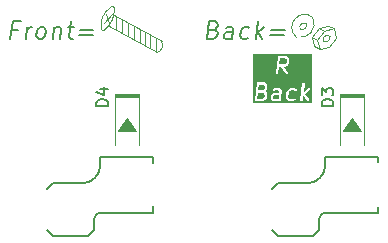
<source format=gto>
G04 #@! TF.GenerationSoftware,KiCad,Pcbnew,8.0.5*
G04 #@! TF.CreationDate,2024-09-18T07:36:17+09:00*
G04 #@! TF.ProjectId,SandyLP_Middle_Isolated_Area,53616e64-794c-4505-9f4d-6964646c655f,v.0*
G04 #@! TF.SameCoordinates,Original*
G04 #@! TF.FileFunction,Legend,Top*
G04 #@! TF.FilePolarity,Positive*
%FSLAX46Y46*%
G04 Gerber Fmt 4.6, Leading zero omitted, Abs format (unit mm)*
G04 Created by KiCad (PCBNEW 8.0.5) date 2024-09-18 07:36:17*
%MOMM*%
%LPD*%
G01*
G04 APERTURE LIST*
G04 Aperture macros list*
%AMFreePoly0*
4,1,18,1.817426,0.954926,1.835000,0.912500,1.835000,-0.812500,1.817426,-0.854926,1.793974,-0.869421,1.352962,-1.016424,0.894077,-1.354550,0.649923,-1.720782,0.611767,-1.746335,0.600000,-1.747500,-0.825000,-1.747500,-0.867426,-1.729926,-0.885000,-1.687500,-0.885000,0.912500,-0.867426,0.954926,-0.825000,0.972500,1.775000,0.972500,1.817426,0.954926,1.817426,0.954926,$1*%
%AMFreePoly1*
4,1,18,1.804926,0.992426,1.822500,0.950000,1.822500,-0.780000,1.804926,-0.822426,1.781286,-0.836983,1.335531,-0.983935,0.881507,-1.322037,0.637215,-1.683591,0.598901,-1.708907,0.587500,-1.710000,-0.837500,-1.710000,-0.879926,-1.692426,-0.897500,-1.650000,-0.897500,0.950000,-0.879926,0.992426,-0.837500,1.010000,1.762500,1.010000,1.804926,0.992426,1.804926,0.992426,$1*%
G04 Aperture macros list end*
%ADD10C,0.200000*%
%ADD11C,0.150000*%
%ADD12C,0.120000*%
%ADD13C,0.060000*%
%ADD14R,1.200000X0.900000*%
%ADD15C,3.000000*%
%ADD16C,5.000000*%
%ADD17C,1.600000*%
%ADD18C,4.400000*%
%ADD19C,2.000000*%
%ADD20FreePoly0,180.000000*%
%ADD21C,0.800000*%
%ADD22R,1.625000X3.600000*%
%ADD23FreePoly1,180.000000*%
%ADD24R,2.600000X2.600000*%
G04 APERTURE END LIST*
D10*
X52222720Y-40339344D02*
X52428077Y-40410772D01*
X52428077Y-40410772D02*
X52490577Y-40482201D01*
X52490577Y-40482201D02*
X52544149Y-40625058D01*
X52544149Y-40625058D02*
X52517363Y-40839344D01*
X52517363Y-40839344D02*
X52428077Y-40982201D01*
X52428077Y-40982201D02*
X52347720Y-41053630D01*
X52347720Y-41053630D02*
X52195934Y-41125058D01*
X52195934Y-41125058D02*
X51624506Y-41125058D01*
X51624506Y-41125058D02*
X51812006Y-39625058D01*
X51812006Y-39625058D02*
X52312006Y-39625058D01*
X52312006Y-39625058D02*
X52445934Y-39696487D01*
X52445934Y-39696487D02*
X52508434Y-39767915D01*
X52508434Y-39767915D02*
X52562006Y-39910772D01*
X52562006Y-39910772D02*
X52544149Y-40053630D01*
X52544149Y-40053630D02*
X52454863Y-40196487D01*
X52454863Y-40196487D02*
X52374506Y-40267915D01*
X52374506Y-40267915D02*
X52222720Y-40339344D01*
X52222720Y-40339344D02*
X51722720Y-40339344D01*
X53767363Y-41125058D02*
X53865577Y-40339344D01*
X53865577Y-40339344D02*
X53812006Y-40196487D01*
X53812006Y-40196487D02*
X53678077Y-40125058D01*
X53678077Y-40125058D02*
X53392363Y-40125058D01*
X53392363Y-40125058D02*
X53240577Y-40196487D01*
X53776292Y-41053630D02*
X53624506Y-41125058D01*
X53624506Y-41125058D02*
X53267363Y-41125058D01*
X53267363Y-41125058D02*
X53133434Y-41053630D01*
X53133434Y-41053630D02*
X53079863Y-40910772D01*
X53079863Y-40910772D02*
X53097720Y-40767915D01*
X53097720Y-40767915D02*
X53187006Y-40625058D01*
X53187006Y-40625058D02*
X53338792Y-40553630D01*
X53338792Y-40553630D02*
X53695934Y-40553630D01*
X53695934Y-40553630D02*
X53847720Y-40482201D01*
X55133435Y-41053630D02*
X54981649Y-41125058D01*
X54981649Y-41125058D02*
X54695935Y-41125058D01*
X54695935Y-41125058D02*
X54562006Y-41053630D01*
X54562006Y-41053630D02*
X54499506Y-40982201D01*
X54499506Y-40982201D02*
X54445935Y-40839344D01*
X54445935Y-40839344D02*
X54499506Y-40410772D01*
X54499506Y-40410772D02*
X54588792Y-40267915D01*
X54588792Y-40267915D02*
X54669149Y-40196487D01*
X54669149Y-40196487D02*
X54820935Y-40125058D01*
X54820935Y-40125058D02*
X55106649Y-40125058D01*
X55106649Y-40125058D02*
X55240577Y-40196487D01*
X55767363Y-41125058D02*
X55954863Y-39625058D01*
X55981649Y-40553630D02*
X56338791Y-41125058D01*
X56463791Y-40125058D02*
X55820934Y-40696487D01*
X57079863Y-40339344D02*
X58222720Y-40339344D01*
X58169149Y-40767915D02*
X57026292Y-40767915D01*
X35608435Y-40339344D02*
X35108435Y-40339344D01*
X35010221Y-41125058D02*
X35197721Y-39625058D01*
X35197721Y-39625058D02*
X35912007Y-39625058D01*
X36295935Y-41125058D02*
X36420935Y-40125058D01*
X36385221Y-40410772D02*
X36474506Y-40267915D01*
X36474506Y-40267915D02*
X36554863Y-40196487D01*
X36554863Y-40196487D02*
X36706649Y-40125058D01*
X36706649Y-40125058D02*
X36849506Y-40125058D01*
X37438792Y-41125058D02*
X37304863Y-41053630D01*
X37304863Y-41053630D02*
X37242363Y-40982201D01*
X37242363Y-40982201D02*
X37188792Y-40839344D01*
X37188792Y-40839344D02*
X37242363Y-40410772D01*
X37242363Y-40410772D02*
X37331649Y-40267915D01*
X37331649Y-40267915D02*
X37412006Y-40196487D01*
X37412006Y-40196487D02*
X37563792Y-40125058D01*
X37563792Y-40125058D02*
X37778077Y-40125058D01*
X37778077Y-40125058D02*
X37912006Y-40196487D01*
X37912006Y-40196487D02*
X37974506Y-40267915D01*
X37974506Y-40267915D02*
X38028077Y-40410772D01*
X38028077Y-40410772D02*
X37974506Y-40839344D01*
X37974506Y-40839344D02*
X37885220Y-40982201D01*
X37885220Y-40982201D02*
X37804863Y-41053630D01*
X37804863Y-41053630D02*
X37653077Y-41125058D01*
X37653077Y-41125058D02*
X37438792Y-41125058D01*
X38706649Y-40125058D02*
X38581649Y-41125058D01*
X38688792Y-40267915D02*
X38769149Y-40196487D01*
X38769149Y-40196487D02*
X38920935Y-40125058D01*
X38920935Y-40125058D02*
X39135220Y-40125058D01*
X39135220Y-40125058D02*
X39269149Y-40196487D01*
X39269149Y-40196487D02*
X39322720Y-40339344D01*
X39322720Y-40339344D02*
X39224506Y-41125058D01*
X39849506Y-40125058D02*
X40420935Y-40125058D01*
X40126292Y-39625058D02*
X39965578Y-40910772D01*
X39965578Y-40910772D02*
X40019149Y-41053630D01*
X40019149Y-41053630D02*
X40153078Y-41125058D01*
X40153078Y-41125058D02*
X40295935Y-41125058D01*
X40894149Y-40339344D02*
X42037006Y-40339344D01*
X41983435Y-40767915D02*
X40840578Y-40767915D01*
G36*
X56484972Y-45702350D02*
G01*
X56513900Y-45735410D01*
X56548859Y-45828634D01*
X56529651Y-45982297D01*
X56465628Y-46084734D01*
X56412163Y-46132258D01*
X56303790Y-46183257D01*
X55906088Y-46183257D01*
X55972755Y-45649924D01*
X56334247Y-45649924D01*
X56484972Y-45702350D01*
G37*
G36*
X56496269Y-45029546D02*
G01*
X56530568Y-45068745D01*
X56565525Y-45161967D01*
X56554651Y-45248965D01*
X56490628Y-45351401D01*
X56437165Y-45398923D01*
X56328789Y-45449924D01*
X55997755Y-45449924D01*
X56056088Y-44983257D01*
X56409476Y-44983257D01*
X56496269Y-45029546D01*
G37*
G36*
X57708744Y-46149553D02*
G01*
X57637123Y-46183257D01*
X57351143Y-46183257D01*
X57281518Y-46146124D01*
X57253426Y-46071214D01*
X57264301Y-45984217D01*
X57320346Y-45894544D01*
X57415164Y-45849924D01*
X57726143Y-45849924D01*
X57745652Y-45848003D01*
X57746480Y-45847659D01*
X57708744Y-46149553D01*
G37*
G36*
X58362935Y-42775625D02*
G01*
X58397233Y-42814823D01*
X58432192Y-42908046D01*
X58412984Y-43061709D01*
X58348961Y-43164146D01*
X58295496Y-43211670D01*
X58187122Y-43262670D01*
X57789422Y-43262670D01*
X57856088Y-42729336D01*
X58276143Y-42729336D01*
X58362935Y-42775625D01*
G37*
G36*
X60564088Y-46538813D02*
G01*
X55537513Y-46538813D01*
X55537513Y-46290450D01*
X55693069Y-46290450D01*
X55694731Y-46296494D01*
X55694731Y-46302766D01*
X55699860Y-46315150D01*
X55703414Y-46328072D01*
X55707263Y-46333021D01*
X55709663Y-46338814D01*
X55719140Y-46348291D01*
X55727369Y-46358871D01*
X55732819Y-46361970D01*
X55737253Y-46366404D01*
X55749632Y-46371532D01*
X55761286Y-46378159D01*
X55767508Y-46378936D01*
X55773301Y-46381336D01*
X55792810Y-46383257D01*
X56326143Y-46383257D01*
X56345652Y-46381336D01*
X56347861Y-46380420D01*
X56350252Y-46380308D01*
X56368722Y-46373739D01*
X56510389Y-46307073D01*
X56516156Y-46303631D01*
X56518389Y-46302857D01*
X56522677Y-46299740D01*
X56527223Y-46297028D01*
X56528811Y-46295282D01*
X56534247Y-46291332D01*
X56609247Y-46224665D01*
X56613736Y-46219807D01*
X56615641Y-46218449D01*
X56618909Y-46214209D01*
X56622552Y-46210268D01*
X56623575Y-46208157D01*
X56627610Y-46202924D01*
X56697906Y-46090450D01*
X57051402Y-46090450D01*
X57052614Y-46094858D01*
X57052459Y-46099428D01*
X57057510Y-46118369D01*
X57107510Y-46251703D01*
X57112231Y-46261307D01*
X57112994Y-46263812D01*
X57114160Y-46265230D01*
X57116159Y-46269296D01*
X57127360Y-46281284D01*
X57137775Y-46293951D01*
X57141541Y-46296462D01*
X57142797Y-46297806D01*
X57145183Y-46298890D01*
X57154085Y-46304826D01*
X57279084Y-46371492D01*
X57297202Y-46378978D01*
X57302093Y-46379455D01*
X57306634Y-46381336D01*
X57326143Y-46383257D01*
X57659476Y-46383257D01*
X57678985Y-46381336D01*
X57681194Y-46380420D01*
X57683585Y-46380308D01*
X57702055Y-46373739D01*
X57730213Y-46360488D01*
X57761287Y-46378159D01*
X57800003Y-46382998D01*
X57837625Y-46372653D01*
X57868424Y-46348698D01*
X57887712Y-46314780D01*
X57892038Y-46295660D01*
X57926022Y-46023784D01*
X58326402Y-46023784D01*
X58327614Y-46028192D01*
X58327459Y-46032762D01*
X58332510Y-46051703D01*
X58382510Y-46185037D01*
X58388827Y-46197886D01*
X58389484Y-46199828D01*
X58390437Y-46201161D01*
X58391159Y-46202629D01*
X58392554Y-46204122D01*
X58400886Y-46215775D01*
X58459219Y-46282442D01*
X58469855Y-46292427D01*
X58471109Y-46293951D01*
X58472387Y-46294803D01*
X58473512Y-46295859D01*
X58475286Y-46296736D01*
X58487419Y-46304826D01*
X58612418Y-46371492D01*
X58630536Y-46378978D01*
X58635427Y-46379455D01*
X58639968Y-46381336D01*
X58659477Y-46383257D01*
X58926143Y-46383257D01*
X58945652Y-46381336D01*
X58947861Y-46380420D01*
X58950252Y-46380308D01*
X58968722Y-46373739D01*
X59110389Y-46307073D01*
X59127223Y-46297028D01*
X59133208Y-46290450D01*
X59559736Y-46290450D01*
X59570081Y-46328072D01*
X59594036Y-46358871D01*
X59627953Y-46378159D01*
X59666670Y-46382998D01*
X59704292Y-46372653D01*
X59735091Y-46348698D01*
X59754379Y-46314781D01*
X59758705Y-46295660D01*
X59804037Y-45932998D01*
X59837424Y-45903320D01*
X60108010Y-46336257D01*
X60119979Y-46351783D01*
X60151747Y-46374437D01*
X60189766Y-46383211D01*
X60228248Y-46376768D01*
X60261336Y-46356088D01*
X60283990Y-46324321D01*
X60292764Y-46286302D01*
X60286321Y-46247819D01*
X60277610Y-46230257D01*
X59989042Y-45768549D01*
X60375914Y-45424665D01*
X60389219Y-45410268D01*
X60406241Y-45375159D01*
X60408532Y-45336208D01*
X60395743Y-45299345D01*
X60369821Y-45270183D01*
X60334712Y-45253160D01*
X60295761Y-45250869D01*
X60258898Y-45263658D01*
X60243041Y-45275183D01*
X59841667Y-45631959D01*
X59933705Y-44895661D01*
X59934218Y-44876064D01*
X59923873Y-44838442D01*
X59899918Y-44807643D01*
X59866001Y-44788355D01*
X59827284Y-44783516D01*
X59789662Y-44793861D01*
X59758863Y-44817816D01*
X59739575Y-44851734D01*
X59735249Y-44870854D01*
X59560249Y-46270854D01*
X59559736Y-46290450D01*
X59133208Y-46290450D01*
X59153482Y-46268168D01*
X59166699Y-46231457D01*
X59164861Y-46192482D01*
X59148247Y-46157178D01*
X59119387Y-46130919D01*
X59082676Y-46117702D01*
X59043701Y-46119540D01*
X59025231Y-46126109D01*
X58903790Y-46183257D01*
X58684477Y-46183257D01*
X58597683Y-46136968D01*
X58563385Y-46097770D01*
X58528426Y-46004547D01*
X58572634Y-45650884D01*
X58636658Y-45548446D01*
X58690120Y-45500925D01*
X58798497Y-45449924D01*
X59017810Y-45449924D01*
X59120751Y-45504826D01*
X59138869Y-45512312D01*
X59177703Y-45516101D01*
X59215031Y-45504740D01*
X59245170Y-45479960D01*
X59263531Y-45445532D01*
X59267320Y-45406698D01*
X59255959Y-45369371D01*
X59231179Y-45339232D01*
X59214869Y-45328356D01*
X59089869Y-45261689D01*
X59071751Y-45254203D01*
X59066859Y-45253725D01*
X59062319Y-45251845D01*
X59042810Y-45249924D01*
X58776143Y-45249924D01*
X58756634Y-45251845D01*
X58754424Y-45252760D01*
X58752033Y-45252873D01*
X58733563Y-45259442D01*
X58591897Y-45326109D01*
X58586128Y-45329551D01*
X58583898Y-45330325D01*
X58579616Y-45333437D01*
X58575063Y-45336154D01*
X58573471Y-45337902D01*
X58568041Y-45341850D01*
X58493041Y-45408516D01*
X58488556Y-45413368D01*
X58486646Y-45414731D01*
X58483369Y-45418981D01*
X58479736Y-45422913D01*
X58478714Y-45425019D01*
X58474677Y-45430257D01*
X58391343Y-45563591D01*
X58382632Y-45581153D01*
X58382283Y-45583233D01*
X58381241Y-45585067D01*
X58376915Y-45604187D01*
X58326915Y-46004188D01*
X58326402Y-46023784D01*
X57926022Y-46023784D01*
X57983704Y-45562327D01*
X57984217Y-45542731D01*
X57983004Y-45538322D01*
X57983160Y-45533753D01*
X57978109Y-45514812D01*
X57928109Y-45381479D01*
X57923386Y-45371872D01*
X57922625Y-45369371D01*
X57921459Y-45367953D01*
X57919460Y-45363886D01*
X57908256Y-45351895D01*
X57897845Y-45339232D01*
X57894077Y-45336719D01*
X57892822Y-45335376D01*
X57890436Y-45334291D01*
X57881535Y-45328356D01*
X57756535Y-45261689D01*
X57738417Y-45254203D01*
X57733525Y-45253725D01*
X57728985Y-45251845D01*
X57709476Y-45249924D01*
X57442810Y-45249924D01*
X57423301Y-45251845D01*
X57421091Y-45252760D01*
X57418701Y-45252873D01*
X57400231Y-45259442D01*
X57258563Y-45326109D01*
X57241729Y-45336154D01*
X57215470Y-45365014D01*
X57202254Y-45401726D01*
X57204092Y-45440701D01*
X57220706Y-45476005D01*
X57249566Y-45502264D01*
X57286278Y-45515480D01*
X57325253Y-45513642D01*
X57343723Y-45507073D01*
X57465164Y-45449924D01*
X57684476Y-45449924D01*
X57754100Y-45487057D01*
X57782192Y-45561967D01*
X57775410Y-45616219D01*
X57703789Y-45649924D01*
X57392810Y-45649924D01*
X57373301Y-45651845D01*
X57371091Y-45652760D01*
X57368701Y-45652873D01*
X57350231Y-45659442D01*
X57208563Y-45726109D01*
X57191729Y-45736154D01*
X57185657Y-45742826D01*
X57178312Y-45748065D01*
X57166343Y-45763591D01*
X57083010Y-45896924D01*
X57074299Y-45914486D01*
X57073950Y-45916566D01*
X57072908Y-45918400D01*
X57068582Y-45937520D01*
X57051915Y-46070853D01*
X57051402Y-46090450D01*
X56697906Y-46090450D01*
X56710943Y-46069590D01*
X56719654Y-46052029D01*
X56720002Y-46049948D01*
X56721045Y-46048115D01*
X56725371Y-46028994D01*
X56750371Y-45828995D01*
X56750884Y-45809398D01*
X56749671Y-45804989D01*
X56749827Y-45800420D01*
X56744776Y-45781479D01*
X56694776Y-45648145D01*
X56688458Y-45635295D01*
X56687802Y-45633353D01*
X56686848Y-45632018D01*
X56686127Y-45630552D01*
X56684731Y-45629058D01*
X56676401Y-45617407D01*
X56618068Y-45550740D01*
X56603775Y-45537323D01*
X56598144Y-45534538D01*
X56593457Y-45530365D01*
X56591401Y-45529415D01*
X56634246Y-45491332D01*
X56638733Y-45486476D01*
X56640641Y-45485116D01*
X56643911Y-45480874D01*
X56647551Y-45476936D01*
X56648573Y-45474826D01*
X56652610Y-45469591D01*
X56735943Y-45336257D01*
X56744654Y-45318695D01*
X56745002Y-45316614D01*
X56746045Y-45314781D01*
X56750371Y-45295661D01*
X56767038Y-45162327D01*
X56767551Y-45142731D01*
X56766338Y-45138322D01*
X56766494Y-45133753D01*
X56761443Y-45114812D01*
X56711443Y-44981479D01*
X56705122Y-44968622D01*
X56704468Y-44966687D01*
X56703517Y-44965357D01*
X56702794Y-44963886D01*
X56701395Y-44962388D01*
X56693067Y-44950740D01*
X56634733Y-44884073D01*
X56624098Y-44874089D01*
X56622845Y-44872565D01*
X56621566Y-44871712D01*
X56620441Y-44870656D01*
X56618665Y-44869777D01*
X56606535Y-44861689D01*
X56481535Y-44795022D01*
X56463417Y-44787536D01*
X56458525Y-44787058D01*
X56453985Y-44785178D01*
X56434476Y-44783257D01*
X55967810Y-44783257D01*
X55962627Y-44783767D01*
X55960617Y-44783516D01*
X55958071Y-44784215D01*
X55948301Y-44785178D01*
X55935916Y-44790307D01*
X55922995Y-44793861D01*
X55918045Y-44797710D01*
X55912253Y-44800110D01*
X55902775Y-44809587D01*
X55892196Y-44817816D01*
X55889096Y-44823266D01*
X55884663Y-44827700D01*
X55879533Y-44840082D01*
X55872908Y-44851734D01*
X55870741Y-44861307D01*
X55869731Y-44863748D01*
X55869731Y-44865775D01*
X55868582Y-44870854D01*
X55693582Y-46270854D01*
X55693069Y-46290450D01*
X55537513Y-46290450D01*
X55537513Y-44036529D01*
X57493069Y-44036529D01*
X57503414Y-44074151D01*
X57527369Y-44104950D01*
X57561286Y-44124238D01*
X57600003Y-44129077D01*
X57637625Y-44118732D01*
X57668424Y-44094777D01*
X57687712Y-44060860D01*
X57692038Y-44041739D01*
X57764422Y-43462670D01*
X57951623Y-43462670D01*
X58306119Y-44079183D01*
X58317510Y-44095138D01*
X58348423Y-44118945D01*
X58386094Y-44129110D01*
X58424787Y-44124086D01*
X58458612Y-44104637D01*
X58482419Y-44073723D01*
X58492584Y-44036052D01*
X58487560Y-43997359D01*
X58479501Y-43979489D01*
X58182329Y-43462670D01*
X58209476Y-43462670D01*
X58228985Y-43460749D01*
X58231194Y-43459833D01*
X58233586Y-43459721D01*
X58252056Y-43453152D01*
X58393723Y-43386485D01*
X58399491Y-43383042D01*
X58401722Y-43382269D01*
X58406005Y-43379155D01*
X58410557Y-43376440D01*
X58412147Y-43374692D01*
X58417580Y-43370744D01*
X58492580Y-43304077D01*
X58497069Y-43299219D01*
X58498974Y-43297861D01*
X58502242Y-43293621D01*
X58505885Y-43289680D01*
X58506908Y-43287569D01*
X58510943Y-43282336D01*
X58594276Y-43149002D01*
X58602987Y-43131441D01*
X58603335Y-43129360D01*
X58604378Y-43127527D01*
X58608704Y-43108406D01*
X58633704Y-42908407D01*
X58634217Y-42888810D01*
X58633004Y-42884401D01*
X58633160Y-42879832D01*
X58628109Y-42860891D01*
X58578109Y-42727558D01*
X58571790Y-42714705D01*
X58571135Y-42712767D01*
X58570182Y-42711434D01*
X58569460Y-42709965D01*
X58568062Y-42708468D01*
X58559734Y-42696820D01*
X58501401Y-42630153D01*
X58490765Y-42620168D01*
X58489512Y-42618644D01*
X58488232Y-42617790D01*
X58487109Y-42616736D01*
X58485335Y-42615858D01*
X58473202Y-42607768D01*
X58348202Y-42541101D01*
X58330084Y-42533615D01*
X58325192Y-42533137D01*
X58320652Y-42531257D01*
X58301143Y-42529336D01*
X57767810Y-42529336D01*
X57762627Y-42529846D01*
X57760617Y-42529595D01*
X57758071Y-42530294D01*
X57748301Y-42531257D01*
X57735916Y-42536386D01*
X57722995Y-42539940D01*
X57718045Y-42543789D01*
X57712253Y-42546189D01*
X57702775Y-42555666D01*
X57692196Y-42563895D01*
X57689096Y-42569345D01*
X57684663Y-42573779D01*
X57679533Y-42586161D01*
X57672908Y-42597813D01*
X57670741Y-42607386D01*
X57669731Y-42609827D01*
X57669731Y-42611854D01*
X57668582Y-42616933D01*
X57493582Y-44016933D01*
X57493069Y-44036529D01*
X55537513Y-44036529D01*
X55537513Y-42373780D01*
X60564088Y-42373780D01*
X60564088Y-46538813D01*
G37*
D11*
X43285129Y-46791499D02*
X42285129Y-46791499D01*
X42285129Y-46791499D02*
X42285129Y-46553404D01*
X42285129Y-46553404D02*
X42332748Y-46410547D01*
X42332748Y-46410547D02*
X42427986Y-46315309D01*
X42427986Y-46315309D02*
X42523224Y-46267690D01*
X42523224Y-46267690D02*
X42713700Y-46220071D01*
X42713700Y-46220071D02*
X42856557Y-46220071D01*
X42856557Y-46220071D02*
X43047033Y-46267690D01*
X43047033Y-46267690D02*
X43142271Y-46315309D01*
X43142271Y-46315309D02*
X43237510Y-46410547D01*
X43237510Y-46410547D02*
X43285129Y-46553404D01*
X43285129Y-46553404D02*
X43285129Y-46791499D01*
X42618462Y-45362928D02*
X43285129Y-45362928D01*
X42237510Y-45601023D02*
X42951795Y-45839118D01*
X42951795Y-45839118D02*
X42951795Y-45220071D01*
X62353879Y-46791499D02*
X61353879Y-46791499D01*
X61353879Y-46791499D02*
X61353879Y-46553404D01*
X61353879Y-46553404D02*
X61401498Y-46410547D01*
X61401498Y-46410547D02*
X61496736Y-46315309D01*
X61496736Y-46315309D02*
X61591974Y-46267690D01*
X61591974Y-46267690D02*
X61782450Y-46220071D01*
X61782450Y-46220071D02*
X61925307Y-46220071D01*
X61925307Y-46220071D02*
X62115783Y-46267690D01*
X62115783Y-46267690D02*
X62211021Y-46315309D01*
X62211021Y-46315309D02*
X62306260Y-46410547D01*
X62306260Y-46410547D02*
X62353879Y-46553404D01*
X62353879Y-46553404D02*
X62353879Y-46791499D01*
X61353879Y-45886737D02*
X61353879Y-45267690D01*
X61353879Y-45267690D02*
X61734831Y-45601023D01*
X61734831Y-45601023D02*
X61734831Y-45458166D01*
X61734831Y-45458166D02*
X61782450Y-45362928D01*
X61782450Y-45362928D02*
X61830069Y-45315309D01*
X61830069Y-45315309D02*
X61925307Y-45267690D01*
X61925307Y-45267690D02*
X62163402Y-45267690D01*
X62163402Y-45267690D02*
X62258640Y-45315309D01*
X62258640Y-45315309D02*
X62306260Y-45362928D01*
X62306260Y-45362928D02*
X62353879Y-45458166D01*
X62353879Y-45458166D02*
X62353879Y-45743880D01*
X62353879Y-45743880D02*
X62306260Y-45839118D01*
X62306260Y-45839118D02*
X62258640Y-45886737D01*
D12*
X43870935Y-46084655D02*
X43870935Y-50084655D01*
X45870935Y-46084655D02*
X45870935Y-50084655D01*
X45870935Y-46059655D02*
X43870935Y-46059655D01*
X43870935Y-45769655D01*
X45870935Y-45769655D01*
X45870935Y-46059655D01*
G36*
X45870935Y-46059655D02*
G01*
X43870935Y-46059655D01*
X43870935Y-45769655D01*
X45870935Y-45769655D01*
X45870935Y-46059655D01*
G37*
X45632935Y-48942655D02*
X44108935Y-48942655D01*
X44870935Y-47799655D01*
X45632935Y-48942655D01*
G36*
X45632935Y-48942655D02*
G01*
X44108935Y-48942655D01*
X44870935Y-47799655D01*
X45632935Y-48942655D01*
G37*
D13*
X42891155Y-39761382D02*
X43591155Y-38961382D01*
X43091155Y-39011382D02*
X43341155Y-39761382D01*
D12*
X43359729Y-40011499D02*
X47409729Y-42261499D01*
X43809729Y-39111499D02*
X47809729Y-41311499D01*
D13*
X43959729Y-40286499D02*
X43959729Y-39236499D01*
X44459729Y-40586499D02*
X44459729Y-39536499D01*
X44959729Y-40836499D02*
X44959729Y-39786499D01*
X45459729Y-41136499D02*
X45459729Y-40086499D01*
X45959729Y-41386499D02*
X45959729Y-40336499D01*
X46409729Y-41636499D02*
X46409729Y-40586499D01*
X46859729Y-41886499D02*
X46859729Y-40836499D01*
X47309729Y-42136499D02*
X47309729Y-41086499D01*
D12*
X42696109Y-40296181D02*
G75*
G02*
X43563304Y-38399999I1798087J324059D01*
G01*
X42948713Y-40378541D02*
G75*
G02*
X42696109Y-40296181I-107854J97762D01*
G01*
X43566570Y-38403715D02*
G75*
G02*
X43802598Y-38485675I94789J-107864D01*
G01*
X43802598Y-38485675D02*
G75*
G02*
X42916109Y-40406182I-2159459J-168064D01*
G01*
X47809729Y-41311499D02*
G75*
G02*
X47426887Y-42270077I-596509J-317503D01*
G01*
X62920935Y-46084655D02*
X62920935Y-50084655D01*
X64920935Y-46084655D02*
X64920935Y-50084655D01*
X64920935Y-46059655D02*
X62920935Y-46059655D01*
X62920935Y-45769655D01*
X64920935Y-45769655D01*
X64920935Y-46059655D01*
G36*
X64920935Y-46059655D02*
G01*
X62920935Y-46059655D01*
X62920935Y-45769655D01*
X64920935Y-45769655D01*
X64920935Y-46059655D01*
G37*
X64682935Y-48942655D02*
X63158935Y-48942655D01*
X63920935Y-47799655D01*
X64682935Y-48942655D01*
G36*
X64682935Y-48942655D02*
G01*
X63158935Y-48942655D01*
X63920935Y-47799655D01*
X64682935Y-48942655D01*
G37*
X60521680Y-40976872D02*
X60735190Y-41742378D01*
X60521680Y-40976872D02*
X60971680Y-41226872D01*
X60735190Y-41742378D02*
X61185190Y-41992378D01*
X60971680Y-41226872D02*
X61185190Y-41992378D01*
X61121680Y-40176872D02*
X60521680Y-40976872D01*
X61121680Y-40176872D02*
X61571680Y-40426872D01*
X61571680Y-40426872D02*
X60971680Y-41226872D01*
X61921680Y-39976872D02*
X61121680Y-40176872D01*
X61921680Y-39976872D02*
X62371680Y-40226872D01*
X61985190Y-41792378D02*
X61185190Y-41992378D01*
X62371680Y-40226872D02*
X61571680Y-40426872D01*
X62371680Y-40226872D02*
X62585190Y-40992378D01*
X62585190Y-40992378D02*
X61985190Y-41792378D01*
X59204867Y-40945814D02*
G75*
G02*
X60625143Y-39299908I721630J813036D01*
G01*
X59530206Y-40248694D02*
G75*
G02*
X60071680Y-39826871I337119J125700D01*
G01*
X60096680Y-39849211D02*
G75*
G02*
X59542095Y-40276872I-377783J-83516D01*
G01*
X60611777Y-39294171D02*
G75*
G02*
X59221680Y-40951873I-1060130J-522705D01*
G01*
X61505206Y-41298694D02*
G75*
G02*
X62046675Y-40876880I337064J125762D01*
G01*
X62071680Y-40899211D02*
G75*
G02*
X61517094Y-41326873I-377780J-83521D01*
G01*
D11*
X57658435Y-53325280D02*
X57158435Y-53825280D01*
X57658435Y-57825280D02*
X57158435Y-57325280D01*
X60158435Y-53325280D02*
X57658435Y-53325280D01*
X60658435Y-57825280D02*
X57658435Y-57825280D01*
X61158435Y-57325280D02*
X60658435Y-57825280D01*
X61158435Y-57325280D02*
X61158435Y-56325280D01*
X61658435Y-51125280D02*
X61658435Y-51825280D01*
X61658435Y-55825280D02*
X66158435Y-55825280D01*
X66158435Y-51125280D02*
X61658435Y-51125280D01*
X66158435Y-51525280D02*
X66158435Y-51125280D01*
X66158435Y-55825280D02*
X66158435Y-55325280D01*
X61158435Y-56325280D02*
G75*
G02*
X61658435Y-55825280I500001J-1D01*
G01*
X61658435Y-51825280D02*
G75*
G02*
X60158435Y-53325280I-1500001J1D01*
G01*
X38608435Y-53325280D02*
X38108435Y-53825280D01*
X38608435Y-57825280D02*
X38108435Y-57325280D01*
X41108435Y-53325280D02*
X38608435Y-53325280D01*
X41608435Y-57825280D02*
X38608435Y-57825280D01*
X42108435Y-57325280D02*
X41608435Y-57825280D01*
X42108435Y-57325280D02*
X42108435Y-56325280D01*
X42608435Y-51125280D02*
X42608435Y-51825280D01*
X42608435Y-55825280D02*
X47108435Y-55825280D01*
X47108435Y-51125280D02*
X42608435Y-51125280D01*
X47108435Y-51625280D02*
X47108435Y-51125280D01*
X47108435Y-55825280D02*
X47108435Y-55225280D01*
X42108435Y-56325280D02*
G75*
G02*
X42608435Y-55825280I500001J-1D01*
G01*
X42608435Y-51825280D02*
G75*
G02*
X41108435Y-53325280I-1500001J1D01*
G01*
%LPC*%
D14*
X44870935Y-46784655D03*
X44870935Y-50084655D03*
X63920935Y-46784655D03*
X63920935Y-50084655D03*
D15*
X35108435Y-53375280D03*
D16*
X40108435Y-49625280D03*
D15*
X40108435Y-55575280D03*
D17*
X45108435Y-44475280D03*
D15*
X54158435Y-53375280D03*
D16*
X59158435Y-49625280D03*
D15*
X59158435Y-55575280D03*
D17*
X64158435Y-44475280D03*
D18*
X49633435Y-49625280D03*
D19*
X49633435Y-42481530D03*
D15*
X64158435Y-53375280D03*
D17*
X54158435Y-44475280D03*
D20*
X56358435Y-55962780D03*
D21*
X67358435Y-54825280D03*
X67358435Y-52025280D03*
D22*
X66945935Y-53425280D03*
D18*
X28658435Y-56250280D03*
X65758435Y-40650280D03*
X30258435Y-40650280D03*
D19*
X30583435Y-44862780D03*
D15*
X45108435Y-53375280D03*
D17*
X35108435Y-44475280D03*
D23*
X37295935Y-55925280D03*
D24*
X48383435Y-53375280D03*
D19*
X30583435Y-49625280D03*
%LPD*%
M02*

</source>
